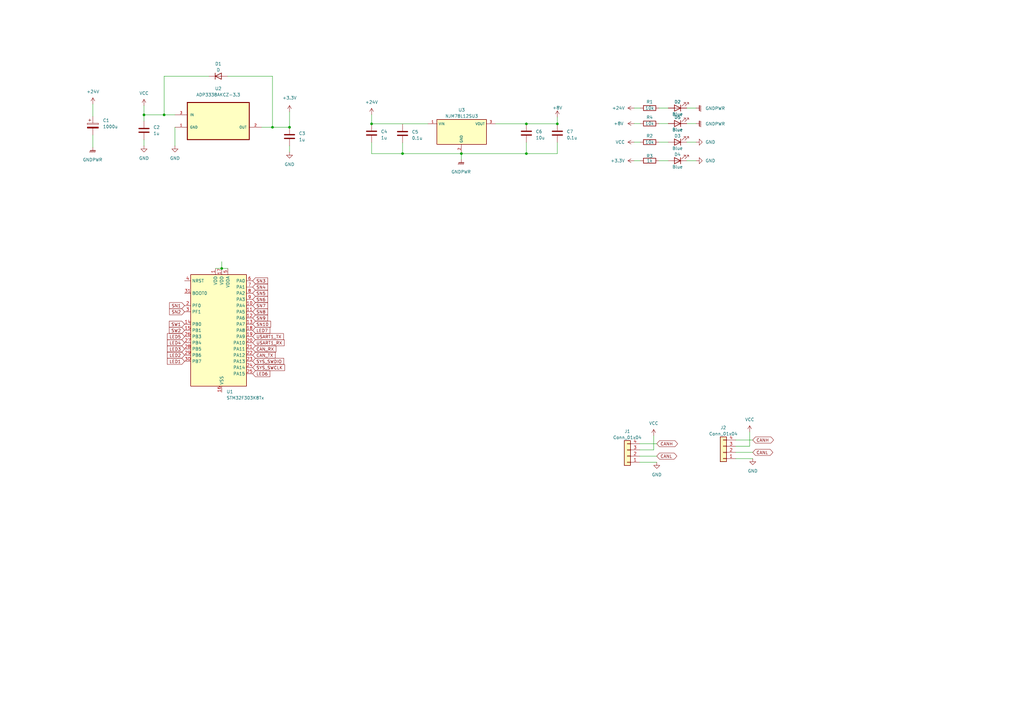
<source format=kicad_sch>
(kicad_sch (version 20230121) (generator eeschema)
  (paper "A3")
  (lib_symbols
    (symbol "0-Myparts:ADP3338AKCZ-3.3" (pin_names (offset 1.016))
      (property "Reference" "U" (at -4.7321 6.7674 0))
      (property "Value" "ADP3338AKCZ-3.3" (at -5.7324 -12.815 0))
      (symbol "ADP3338AKCZ-3.3_0_0"
        (rectangle (start -12.7 -10.16) (end 12.7 5.08) (stroke (width 0.4064)) (fill (type background)))
        (pin passive line (at -17.78 -5.08 0) (length 5.08) (name "GND") (number "1"))
        (pin power_in line (at 17.78 -5.08 180) (length 5.08) (name "OUT") (number "2"))
        (pin input line (at -17.78 0 0) (length 5.08) (name "IN") (number "3"))
      )
    )
    (symbol "0-Myparts:NJM78L12SU3"
      (property "Reference" "U" (at 0 0 0))
      (property "Value" "NJM78L12SU3" (at 0 0 0))
      (symbol "NJM78L12SU3_0_0"
        (rectangle (start -10.033 -11.684) (end 10.287 -1.524) (stroke (width 0.254)) (fill (type background)))
      )
      (symbol "NJM78L12SU3_1_1"
        (pin input line (at -13.716 -3.302 0) (length 3.81) (name "VIN") (number "1"))
        (pin power_in line (at 0 -15.494 90) (length 3.81) (name "GND") (number "2"))
        (pin power_in line (at 13.97 -3.302 180) (length 3.81) (name "VOUT") (number "3"))
      )
    )
    (symbol "Connector_Generic:Conn_01x04" (pin_names (offset 1.016) hide)
      (property "Reference" "J" (at 0 5.08 0))
      (property "Value" "Conn_01x04" (at 0 -7.62 0))
      (symbol "Conn_01x04_1_1"
        (rectangle (start -1.27 -4.953) (end 0 -5.207) (stroke (width 0.1524)))
        (rectangle (start -1.27 -2.413) (end 0 -2.667) (stroke (width 0.1524)))
        (rectangle (start -1.27 0.127) (end 0 -0.127) (stroke (width 0.1524)))
        (rectangle (start -1.27 2.667) (end 0 2.413) (stroke (width 0.1524)))
        (rectangle (start -1.27 3.81) (end 1.27 -6.35) (stroke (width 0.254)) (fill (type background)))
        (pin passive line (at -5.08 2.54 0) (length 3.81) (name "Pin_1") (number "1"))
        (pin passive line (at -5.08 0 0) (length 3.81) (name "Pin_2") (number "2"))
        (pin passive line (at -5.08 -2.54 0) (length 3.81) (name "Pin_3") (number "3"))
        (pin passive line (at -5.08 -5.08 0) (length 3.81) (name "Pin_4") (number "4"))
      )
    )
    (symbol "Device:C" (pin_numbers hide) (pin_names (offset 0.254))
      (property "Reference" "C" (at 0.635 2.54 0))
      (property "Value" "C" (at 0.635 -2.54 0))
      (symbol "C_0_1"
        (polyline (pts (xy -2.032 -0.762) (xy 2.032 -0.762)) (stroke (width 0.508)))
        (polyline (pts (xy -2.032 0.762) (xy 2.032 0.762)) (stroke (width 0.508)))
      )
      (symbol "C_1_1"
        (pin passive line (at 0 3.81 270) (length 2.794) (name "~") (number "1"))
        (pin passive line (at 0 -3.81 90) (length 2.794) (name "~") (number "2"))
      )
    )
    (symbol "Device:C_Polarized" (pin_numbers hide) (pin_names (offset 0.254))
      (property "Reference" "C" (at 0.635 2.54 0))
      (property "Value" "C_Polarized" (at 0.635 -2.54 0))
      (symbol "C_Polarized_0_1"
        (rectangle (start -2.286 0.508) (end 2.286 1.016))
        (polyline (pts (xy -1.778 2.286) (xy -0.762 2.286)))
        (polyline (pts (xy -1.27 2.794) (xy -1.27 1.778)))
        (rectangle (start 2.286 -0.508) (end -2.286 -1.016) (fill (type outline)))
      )
      (symbol "C_Polarized_1_1"
        (pin passive line (at 0 3.81 270) (length 2.794) (name "~") (number "1"))
        (pin passive line (at 0 -3.81 90) (length 2.794) (name "~") (number "2"))
      )
    )
    (symbol "Device:D" (pin_numbers hide) (pin_names (offset 1.016) hide)
      (property "Reference" "D" (at 0 2.54 0))
      (property "Value" "D" (at 0 -2.54 0))
      (symbol "D_0_1"
        (polyline (pts (xy -1.27 1.27) (xy -1.27 -1.27)) (stroke (width 0.254)))
        (polyline (pts (xy 1.27 0) (xy -1.27 0)))
        (polyline (pts (xy 1.27 1.27) (xy 1.27 -1.27) (xy -1.27 0) (xy 1.27 1.27)) (stroke (width 0.254)))
      )
      (symbol "D_1_1"
        (pin passive line (at -3.81 0 0) (length 2.54) (name "K") (number "1"))
        (pin passive line (at 3.81 0 180) (length 2.54) (name "A") (number "2"))
      )
    )
    (symbol "Device:LED" (pin_numbers hide) (pin_names (offset 1.016) hide)
      (property "Reference" "D" (at 0 2.54 0))
      (property "Value" "LED" (at 0 -2.54 0))
      (symbol "LED_0_1"
        (polyline (pts (xy -1.27 -1.27) (xy -1.27 1.27)) (stroke (width 0.254)))
        (polyline (pts (xy -1.27 0) (xy 1.27 0)))
        (polyline (pts (xy 1.27 -1.27) (xy 1.27 1.27) (xy -1.27 0) (xy 1.27 -1.27)) (stroke (width 0.254)))
        (polyline (pts (xy -3.048 -0.762) (xy -4.572 -2.286) (xy -3.81 -2.286) (xy -4.572 -2.286) (xy -4.572 -1.524)))
        (polyline (pts (xy -1.778 -0.762) (xy -3.302 -2.286) (xy -2.54 -2.286) (xy -3.302 -2.286) (xy -3.302 -1.524)))
      )
      (symbol "LED_1_1"
        (pin passive line (at -3.81 0 0) (length 2.54) (name "K") (number "1"))
        (pin passive line (at 3.81 0 180) (length 2.54) (name "A") (number "2"))
      )
    )
    (symbol "Device:R" (pin_numbers hide) (pin_names (offset 0))
      (property "Reference" "R" (at 2.032 0 90))
      (property "Value" "R" (at 0 0 90))
      (symbol "R_0_1"
        (rectangle (start -1.016 -2.54) (end 1.016 2.54) (stroke (width 0.254)))
      )
      (symbol "R_1_1"
        (pin passive line (at 0 3.81 270) (length 1.27) (name "~") (number "1"))
        (pin passive line (at 0 -3.81 90) (length 1.27) (name "~") (number "2"))
      )
    )
    (symbol "MCU_ST_STM32F3:STM32F303K8Tx"
      (property "Reference" "U" (at -10.16 24.13 0))
      (property "Value" "STM32F303K8Tx" (at 7.62 24.13 0))
      (symbol "STM32F303K8Tx_0_1"
        (rectangle (start -10.16 -22.86) (end 12.7 22.86) (stroke (width 0.254)) (fill (type background)))
      )
      (symbol "STM32F303K8Tx_1_1"
        (pin power_in line (at 0 25.4 270) (length 2.54) (name "VDD") (number "1"))
        (pin bidirectional line (at 15.24 10.16 180) (length 2.54) (name "PA4") (number "10"))
        (pin bidirectional line (at 15.24 7.62 180) (length 2.54) (name "PA5") (number "11"))
        (pin bidirectional line (at 15.24 5.08 180) (length 2.54) (name "PA6") (number "12"))
        (pin bidirectional line (at 15.24 2.54 180) (length 2.54) (name "PA7") (number "13"))
        (pin bidirectional line (at -12.7 2.54 0) (length 2.54) (name "PB0") (number "14"))
        (pin bidirectional line (at -12.7 0 0) (length 2.54) (name "PB1") (number "15"))
        (pin power_in line (at 2.54 -25.4 90) (length 2.54) (name "VSS") (number "16"))
        (pin power_in line (at 2.54 25.4 270) (length 2.54) (name "VDD") (number "17"))
        (pin bidirectional line (at 15.24 0 180) (length 2.54) (name "PA8") (number "18"))
        (pin bidirectional line (at 15.24 -2.54 180) (length 2.54) (name "PA9") (number "19"))
        (pin bidirectional line (at -12.7 10.16 0) (length 2.54) (name "PF0") (number "2"))
        (pin bidirectional line (at 15.24 -5.08 180) (length 2.54) (name "PA10") (number "20"))
        (pin bidirectional line (at 15.24 -7.62 180) (length 2.54) (name "PA11") (number "21"))
        (pin bidirectional line (at 15.24 -10.16 180) (length 2.54) (name "PA12") (number "22"))
        (pin bidirectional line (at 15.24 -12.7 180) (length 2.54) (name "PA13") (number "23"))
        (pin bidirectional line (at 15.24 -15.24 180) (length 2.54) (name "PA14") (number "24"))
        (pin bidirectional line (at 15.24 -17.78 180) (length 2.54) (name "PA15") (number "25"))
        (pin bidirectional line (at -12.7 -2.54 0) (length 2.54) (name "PB3") (number "26"))
        (pin bidirectional line (at -12.7 -5.08 0) (length 2.54) (name "PB4") (number "27"))
        (pin bidirectional line (at -12.7 -7.62 0) (length 2.54) (name "PB5") (number "28"))
        (pin bidirectional line (at -12.7 -10.16 0) (length 2.54) (name "PB6") (number "29"))
        (pin bidirectional line (at -12.7 7.62 0) (length 2.54) (name "PF1") (number "3"))
        (pin bidirectional line (at -12.7 -12.7 0) (length 2.54) (name "PB7") (number "30"))
        (pin input line (at -12.7 15.24 0) (length 2.54) (name "BOOT0") (number "31"))
        (pin passive line (at 2.54 -25.4 90) (length 2.54) hide (name "VSS") (number "32"))
        (pin input line (at -12.7 20.32 0) (length 2.54) (name "NRST") (number "4"))
        (pin power_in line (at 5.08 25.4 270) (length 2.54) (name "VDDA") (number "5"))
        (pin bidirectional line (at 15.24 20.32 180) (length 2.54) (name "PA0") (number "6"))
        (pin bidirectional line (at 15.24 17.78 180) (length 2.54) (name "PA1") (number "7"))
        (pin bidirectional line (at 15.24 15.24 180) (length 2.54) (name "PA2") (number "8"))
        (pin bidirectional line (at 15.24 12.7 180) (length 2.54) (name "PA3") (number "9"))
      )
    )
    (symbol "power:+24V" (power) (pin_names (offset 0))
      (property "Value" "+24V" (at 0 3.556 0))
      (symbol "+24V_0_1"
        (polyline (pts (xy -0.762 1.27) (xy 0 2.54)))
        (polyline (pts (xy 0 0) (xy 0 2.54)))
        (polyline (pts (xy 0 2.54) (xy 0.762 1.27)))
      )
      (symbol "+24V_1_1"
        (pin power_in line (at 0 0 90) (length 0) hide (name "+24V") (number "1"))
      )
    )
    (symbol "power:+3.3V" (power) (pin_names (offset 0))
      (property "Value" "+3.3V" (at 0 3.556 0))
      (symbol "+3.3V_0_1"
        (polyline (pts (xy -0.762 1.27) (xy 0 2.54)))
        (polyline (pts (xy 0 0) (xy 0 2.54)))
        (polyline (pts (xy 0 2.54) (xy 0.762 1.27)))
      )
      (symbol "+3.3V_1_1"
        (pin power_in line (at 0 0 90) (length 0) hide (name "+3.3V") (number "1"))
      )
    )
    (symbol "power:+8V" (power) (pin_names (offset 0))
      (property "Value" "+8V" (at 0 3.556 0))
      (symbol "+8V_0_1"
        (polyline (pts (xy -0.762 1.27) (xy 0 2.54)))
        (polyline (pts (xy 0 0) (xy 0 2.54)))
        (polyline (pts (xy 0 2.54) (xy 0.762 1.27)))
      )
      (symbol "+8V_1_1"
        (pin power_in line (at 0 0 90) (length 0) hide (name "+8V") (number "1"))
      )
    )
    (symbol "power:GND" (power) (pin_names (offset 0))
      (property "Value" "GND" (at 0 -3.81 0))
      (symbol "GND_0_1"
        (polyline (pts (xy 0 0) (xy 0 -1.27) (xy 1.27 -1.27) (xy 0 -2.54) (xy -1.27 -1.27) (xy 0 -1.27)))
      )
      (symbol "GND_1_1"
        (pin power_in line (at 0 0 270) (length 0) hide (name "GND") (number "1"))
      )
    )
    (symbol "power:GNDPWR" (power) (pin_names (offset 0))
      (property "Value" "GNDPWR" (at 0 -3.302 0))
      (symbol "GNDPWR_0_1"
        (polyline (pts (xy 0 -1.27) (xy 0 0)))
        (polyline (pts (xy -1.016 -1.27) (xy -1.27 -2.032) (xy -1.27 -2.032)) (stroke (width 0.2032)))
        (polyline (pts (xy -0.508 -1.27) (xy -0.762 -2.032) (xy -0.762 -2.032)) (stroke (width 0.2032)))
        (polyline (pts (xy 0 -1.27) (xy -0.254 -2.032) (xy -0.254 -2.032)) (stroke (width 0.2032)))
        (polyline (pts (xy 0.508 -1.27) (xy 0.254 -2.032) (xy 0.254 -2.032)) (stroke (width 0.2032)))
        (polyline (pts (xy 1.016 -1.27) (xy -1.016 -1.27) (xy -1.016 -1.27)) (stroke (width 0.2032)))
        (polyline (pts (xy 1.016 -1.27) (xy 0.762 -2.032) (xy 0.762 -2.032) (xy 0.762 -2.032)) (stroke (width 0.2032)))
      )
      (symbol "GNDPWR_1_1"
        (pin power_in line (at 0 0 270) (length 0) hide (name "GNDPWR") (number "1"))
      )
    )
    (symbol "power:VCC" (power) (pin_names (offset 0))
      (property "Value" "VCC" (at 0 3.81 0))
      (symbol "VCC_0_1"
        (polyline (pts (xy -0.762 1.27) (xy 0 2.54)))
        (polyline (pts (xy 0 0) (xy 0 2.54)))
        (polyline (pts (xy 0 2.54) (xy 0.762 1.27)))
      )
      (symbol "VCC_1_1"
        (pin power_in line (at 0 0 90) (length 0) hide (name "VCC") (number "1"))
      )
    )
  )
  (junction (at 215.9 50.8))
  (junction (at 111.76 52.197))
  (junction (at 118.745 52.197))
  (junction (at 90.932 110.109))
  (junction (at 165.1 62.992))
  (junction (at 228.6 50.8))
  (junction (at 59.055 47.117))
  (junction (at 152.4 50.8))
  (junction (at 215.9 62.992))
  (junction (at 67.31 47.117))
  (junction (at 189.23 62.992))
  (wire (pts (xy 152.4 46.99) (xy 152.4 50.8)))
  (wire (pts (xy 281.686 58.293) (xy 285.496 58.293)))
  (wire (pts (xy 38.1 55.372) (xy 38.1 60.452)))
  (wire (pts (xy 301.752 180.467) (xy 308.737 180.467)))
  (wire (pts (xy 107.315 52.197) (xy 111.76 52.197)))
  (wire (pts (xy 152.4 50.8) (xy 175.514 50.8)))
  (wire (pts (xy 189.23 65.405) (xy 189.23 62.992)))
  (wire (pts (xy 118.745 45.847) (xy 118.745 52.197)))
  (wire (pts (xy 59.055 47.117) (xy 59.055 49.657)))
  (wire (pts (xy 268.097 184.531) (xy 262.382 184.531)))
  (wire (pts (xy 165.1 62.992) (xy 189.23 62.992)))
  (wire (pts (xy 228.6 48.006) (xy 228.6 50.8)))
  (wire (pts (xy 38.1 42.672) (xy 38.1 47.752)))
  (wire (pts (xy 59.055 43.307) (xy 59.055 47.117)))
  (wire (pts (xy 260.096 44.323) (xy 262.636 44.323)))
  (wire (pts (xy 67.31 31.242) (xy 67.31 47.117)))
  (wire (pts (xy 260.096 50.673) (xy 262.636 50.673)))
  (wire (pts (xy 85.725 31.242) (xy 67.31 31.242)))
  (wire (pts (xy 260.096 65.913) (xy 262.636 65.913)))
  (wire (pts (xy 111.76 52.197) (xy 118.745 52.197)))
  (wire (pts (xy 262.382 189.611) (xy 269.367 189.611)))
  (wire (pts (xy 59.055 59.817) (xy 59.055 57.277)))
  (wire (pts (xy 165.1 58.547) (xy 165.1 62.992)))
  (wire (pts (xy 152.4 58.42) (xy 152.4 62.992)))
  (wire (pts (xy 268.097 178.689) (xy 268.097 184.531)))
  (wire (pts (xy 270.256 65.913) (xy 274.066 65.913)))
  (wire (pts (xy 301.752 185.547) (xy 308.737 185.547)))
  (wire (pts (xy 281.686 65.913) (xy 285.496 65.913)))
  (wire (pts (xy 281.686 50.673) (xy 285.496 50.673)))
  (wire (pts (xy 228.6 58.42) (xy 228.6 62.992)))
  (wire (pts (xy 67.31 47.117) (xy 71.755 47.117)))
  (wire (pts (xy 88.392 110.109) (xy 90.932 110.109)))
  (wire (pts (xy 281.686 44.323) (xy 285.496 44.323)))
  (wire (pts (xy 152.4 62.992) (xy 165.1 62.992)))
  (wire (pts (xy 111.76 31.242) (xy 111.76 52.197)))
  (wire (pts (xy 262.382 187.071) (xy 269.367 187.071)))
  (wire (pts (xy 270.256 50.673) (xy 274.066 50.673)))
  (wire (pts (xy 215.9 62.992) (xy 215.9 58.42)))
  (wire (pts (xy 270.256 58.293) (xy 274.066 58.293)))
  (wire (pts (xy 203.2 50.8) (xy 215.9 50.8)))
  (wire (pts (xy 189.23 62.992) (xy 215.9 62.992)))
  (wire (pts (xy 118.745 59.817) (xy 118.745 62.357)))
  (wire (pts (xy 301.752 188.087) (xy 308.737 188.087)))
  (wire (pts (xy 228.6 62.992) (xy 215.9 62.992)))
  (wire (pts (xy 307.467 177.165) (xy 307.467 183.007)))
  (wire (pts (xy 93.345 31.242) (xy 111.76 31.242)))
  (wire (pts (xy 71.755 52.197) (xy 71.755 59.817)))
  (wire (pts (xy 260.096 58.293) (xy 262.636 58.293)))
  (wire (pts (xy 90.932 110.109) (xy 93.472 110.109)))
  (wire (pts (xy 262.382 181.991) (xy 269.367 181.991)))
  (wire (pts (xy 90.932 107.315) (xy 90.932 110.109)))
  (wire (pts (xy 215.9 50.8) (xy 228.6 50.8)))
  (wire (pts (xy 270.256 44.323) (xy 274.066 44.323)))
  (wire (pts (xy 307.467 183.007) (xy 301.752 183.007)))
  (wire (pts (xy 59.055 47.117) (xy 67.31 47.117)))
  (global_label "LED1" (shape input) (at 75.692 148.209 180) (property "Intersheetrefs" "${INTERSHEET_REFS}" (effects hide)))
  (global_label "CANH" (shape bidirectional) (at 308.737 180.467 0) (property "Intersheetrefs" "${INTERSHEET_REFS}" (effects hide)))
  (global_label "SW2" (shape input) (at 75.692 135.509 180) (property "Intersheetrefs" "${INTERSHEET_REFS}" (effects hide)))
  (global_label "SN8" (shape input) (at 103.632 127.889 0) (property "Intersheetrefs" "${INTERSHEET_REFS}" (effects hide)))
  (global_label "SN2" (shape input) (at 75.692 127.889 180) (property "Intersheetrefs" "${INTERSHEET_REFS}" (effects hide)))
  (global_label "LED4" (shape input) (at 75.692 140.589 180) (property "Intersheetrefs" "${INTERSHEET_REFS}" (effects hide)))
  (global_label "USART1_RX" (shape input) (at 103.632 140.589 0) (property "Intersheetrefs" "${INTERSHEET_REFS}" (effects hide)))
  (global_label "LED7" (shape input) (at 103.632 135.509 0) (property "Intersheetrefs" "${INTERSHEET_REFS}" (effects hide)))
  (global_label "CAN_RX" (shape input) (at 103.632 143.129 0) (property "Intersheetrefs" "${INTERSHEET_REFS}" (effects hide)))
  (global_label "LED3" (shape input) (at 75.692 143.129 180) (property "Intersheetrefs" "${INTERSHEET_REFS}" (effects hide)))
  (global_label "SN6" (shape input) (at 103.632 122.809 0) (property "Intersheetrefs" "${INTERSHEET_REFS}" (effects hide)))
  (global_label "CANL" (shape bidirectional) (at 269.367 187.071 0) (property "Intersheetrefs" "${INTERSHEET_REFS}" (effects hide)))
  (global_label "SN3" (shape input) (at 103.632 115.189 0) (property "Intersheetrefs" "${INTERSHEET_REFS}" (effects hide)))
  (global_label "SN10" (shape input) (at 103.632 132.969 0) (property "Intersheetrefs" "${INTERSHEET_REFS}" (effects hide)))
  (global_label "SN5" (shape input) (at 103.632 120.269 0) (property "Intersheetrefs" "${INTERSHEET_REFS}" (effects hide)))
  (global_label "SYS_SWDIO" (shape input) (at 103.632 148.209 0) (property "Intersheetrefs" "${INTERSHEET_REFS}" (effects hide)))
  (global_label "SN1" (shape input) (at 75.692 125.349 180) (property "Intersheetrefs" "${INTERSHEET_REFS}" (effects hide)))
  (global_label "LED2" (shape input) (at 75.692 145.669 180) (property "Intersheetrefs" "${INTERSHEET_REFS}" (effects hide)))
  (global_label "SN9" (shape input) (at 103.632 130.429 0) (property "Intersheetrefs" "${INTERSHEET_REFS}" (effects hide)))
  (global_label "USART1_TX" (shape input) (at 103.632 138.049 0) (property "Intersheetrefs" "${INTERSHEET_REFS}" (effects hide)))
  (global_label "SW1" (shape input) (at 75.692 132.969 180) (property "Intersheetrefs" "${INTERSHEET_REFS}" (effects hide)))
  (global_label "CANL" (shape bidirectional) (at 308.737 185.547 0) (property "Intersheetrefs" "${INTERSHEET_REFS}" (effects hide)))
  (global_label "SYS_SWCLK" (shape input) (at 103.632 150.749 0) (property "Intersheetrefs" "${INTERSHEET_REFS}" (effects hide)))
  (global_label "CAN_TX" (shape input) (at 103.632 145.669 0) (property "Intersheetrefs" "${INTERSHEET_REFS}" (effects hide)))
  (global_label "CANH" (shape bidirectional) (at 269.367 181.991 0) (property "Intersheetrefs" "${INTERSHEET_REFS}" (effects hide)))
  (global_label "SN4" (shape input) (at 103.632 117.729 0) (property "Intersheetrefs" "${INTERSHEET_REFS}" (effects hide)))
  (global_label "SN7" (shape input) (at 103.632 125.349 0) (property "Intersheetrefs" "${INTERSHEET_REFS}" (effects hide)))
  (global_label "LED6" (shape input) (at 103.632 153.289 0) (property "Intersheetrefs" "${INTERSHEET_REFS}" (effects hide)))
  (global_label "LED5" (shape input) (at 75.692 138.049 180) (property "Intersheetrefs" "${INTERSHEET_REFS}" (effects hide)))
  (symbol (lib_id "power:GNDPWR") (at 189.23 65.405 0) (unit 1)
    (property "Reference" "#PWR019" (effects hide))
    (property "Value" "GNDPWR" (at 189.103 70.485 0))
  )
  (symbol (lib_id "power:+3.3V") (at 118.745 45.847 0) (unit 1)
    (property "Reference" "#PWR06" (effects hide))
    (property "Value" "+3.3V" (at 118.745 40.132 0))
  )
  (symbol (lib_id "power:VCC") (at 59.055 43.307 0) (unit 1)
    (property "Reference" "#PWR03" (effects hide))
    (property "Value" "VCC" (at 59.055 38.227 0))
  )
  (symbol (lib_id "power:GNDPWR") (at 285.496 44.323 90) (unit 1)
    (property "Reference" "#PWR015" (effects hide))
    (property "Value" "GNDPWR" (at 289.306 44.4499 90) (effects (justify right)))
  )
  (symbol (lib_id "0-Myparts:NJM78L12SU3") (at 189.23 47.498 0) (unit 1)
    (property "Reference" "U3" (at 189.357 45.085 0))
    (property "Value" "NJM78L12SU3" (at 189.357 47.625 0))
  )
  (symbol (lib_id "Device:C") (at 228.6 54.61 0) (unit 1)
    (property "Reference" "C7" (at 232.41 53.975 0) (effects (justify left)))
    (property "Value" "0.1u" (at 232.41 56.515 0) (effects (justify left)))
  )
  (symbol (lib_id "Device:C") (at 152.4 54.61 0) (unit 1)
    (property "Reference" "C4" (at 156.21 53.975 0) (effects (justify left)))
    (property "Value" "1u" (at 156.21 56.515 0) (effects (justify left)))
  )
  (symbol (lib_id "Device:R") (at 266.446 44.323 270) (unit 1)
    (property "Reference" "R1" (at 266.446 41.783 90))
    (property "Value" "10k" (at 266.446 44.323 90))
    (property "Footprint" "Resistor_SMD:R_0603_1608Metric" (effects hide))
  )
  (symbol (lib_id "Connector_Generic:Conn_01x04") (at 257.302 187.071 180) (unit 1)
    (property "Reference" "J1" (at 257.302 176.911 0))
    (property "Value" "Conn_01x04" (at 257.302 179.451 0))
    (property "Footprint" "Connector_JST:JST_XH_S4B-XH-A_1x04_P2.50mm_Horizontal" (effects hide))
  )
  (symbol (lib_id "power:VCC") (at 307.467 177.165 0) (unit 1)
    (property "Reference" "#PWR010" (effects hide))
    (property "Value" "VCC" (at 307.467 172.085 0))
  )
  (symbol (lib_id "power:+8V") (at 260.096 50.673 90) (unit 1)
    (property "Reference" "#PWR021" (effects hide))
    (property "Value" "+8V" (at 255.778 50.673 90) (effects (justify left)))
  )
  (symbol (lib_id "power:+24V") (at 152.4 46.99 0) (unit 1)
    (property "Reference" "#PWR018" (effects hide))
    (property "Value" "+24V" (at 152.4 41.91 0))
  )
  (symbol (lib_id "Device:C") (at 59.055 53.467 0) (unit 1)
    (property "Reference" "C2" (at 62.865 52.1969 0) (effects (justify left)))
    (property "Value" "1u" (at 62.865 54.7369 0) (effects (justify left)))
    (property "Footprint" "Capacitor_SMD:C_0603_1608Metric_Pad1.08x0.95mm_HandSolder" (effects hide))
  )
  (symbol (lib_id "power:GND") (at 71.755 59.817 0) (unit 1)
    (property "Reference" "#PWR05" (effects hide))
    (property "Value" "GND" (at 71.755 64.897 0))
  )
  (symbol (lib_id "Device:C") (at 215.9 54.61 0) (unit 1)
    (property "Reference" "C6" (at 219.71 53.975 0) (effects (justify left)))
    (property "Value" "10u" (at 219.71 56.515 0) (effects (justify left)))
  )
  (symbol (lib_id "power:GND") (at 285.496 58.293 90) (unit 1)
    (property "Reference" "#PWR016" (effects hide))
    (property "Value" "GND" (at 289.306 58.2929 90) (effects (justify right)))
  )
  (symbol (lib_id "power:+24V") (at 38.1 42.672 0) (unit 1)
    (property "Reference" "#PWR01" (effects hide))
    (property "Value" "+24V" (at 38.1 37.592 0))
  )
  (symbol (lib_id "power:GND") (at 118.745 62.357 0) (unit 1)
    (property "Reference" "#PWR07" (effects hide))
    (property "Value" "GND" (at 118.745 67.437 0))
  )
  (symbol (lib_id "Device:R") (at 266.446 65.913 90) (unit 1)
    (property "Reference" "R3" (at 266.446 64.008 90))
    (property "Value" "1k" (at 266.446 65.913 90))
    (property "Footprint" "Resistor_SMD:R_0603_1608Metric" (effects hide))
  )
  (symbol (lib_id "power:VCC") (at 268.097 178.689 0) (unit 1)
    (property "Reference" "#PWR08" (effects hide))
    (property "Value" "VCC" (at 268.097 173.609 0))
  )
  (symbol (lib_id "Device:LED") (at 277.876 58.293 180) (unit 1)
    (property "Reference" "D3" (at 277.876 55.753 0))
    (property "Value" "Blue" (at 277.876 60.833 0))
    (property "Footprint" "LED_SMD:LED_0603_1608Metric" (effects hide))
  )
  (symbol (lib_id "power:GND") (at 269.367 189.611 0) (unit 1)
    (property "Reference" "#PWR09" (effects hide))
    (property "Value" "GND" (at 269.367 194.691 0))
  )
  (symbol (lib_id "Device:LED") (at 277.876 50.673 180) (unit 1)
    (property "Reference" "D5" (at 277.876 48.133 0))
    (property "Value" "Blue" (at 277.876 53.213 0))
    (property "Footprint" "LED_SMD:LED_0603_1608Metric" (effects hide))
  )
  (symbol (lib_id "power:GND") (at 59.055 59.817 0) (unit 1)
    (property "Reference" "#PWR04" (effects hide))
    (property "Value" "GND" (at 59.055 64.897 0))
  )
  (symbol (lib_id "Device:R") (at 266.446 58.293 90) (unit 1)
    (property "Reference" "R2" (at 266.446 55.753 90))
    (property "Value" "10k" (at 266.446 58.293 90))
    (property "Footprint" "Resistor_SMD:R_0603_1608Metric" (effects hide))
  )
  (symbol (lib_id "MCU_ST_STM32F3:STM32F303K8Tx") (at 88.392 135.509 0) (unit 1)
    (property "Reference" "U1" (at 92.8879 160.655 0) (effects (justify left)))
    (property "Value" "STM32F303K8Tx" (at 92.8879 163.195 0) (effects (justify left)))
    (property "Footprint" "Package_QFP:LQFP-32_7x7mm_P0.8mm" (effects hide))
    (property "Datasheet" "https://www.st.com/resource/en/datasheet/stm32f303k8.pdf" (effects hide))
  )
  (symbol (lib_id "Device:R") (at 266.446 50.673 270) (unit 1)
    (property "Reference" "R4" (at 266.446 48.133 90))
    (property "Value" "10k" (at 266.446 50.673 90))
    (property "Footprint" "Resistor_SMD:R_0603_1608Metric" (effects hide))
  )
  (symbol (lib_id "power:VCC") (at 260.096 58.293 90) (unit 1)
    (property "Reference" "#PWR013" (effects hide))
    (property "Value" "VCC" (at 256.286 58.2929 90) (effects (justify left)))
  )
  (symbol (lib_id "Device:LED") (at 277.876 44.323 180) (unit 1)
    (property "Reference" "D2" (at 277.876 41.783 0))
    (property "Value" "Blue" (at 277.876 46.863 0))
    (property "Footprint" "LED_SMD:LED_0603_1608Metric" (effects hide))
  )
  (symbol (lib_id "Device:C_Polarized") (at 38.1 51.562 0) (unit 1)
    (property "Reference" "C1" (at 42.164 49.4029 0) (effects (justify left)))
    (property "Value" "1000u" (at 42.164 51.9429 0) (effects (justify left)))
    (property "Footprint" "Capacitor_THT:CP_Radial_D10.0mm_P5.00mm" (effects hide))
  )
  (symbol (lib_id "Connector_Generic:Conn_01x04") (at 296.672 185.547 180) (unit 1)
    (property "Reference" "J2" (at 296.672 175.387 0))
    (property "Value" "Conn_01x04" (at 296.672 177.927 0))
    (property "Footprint" "Connector_JST:JST_XH_S4B-XH-A_1x04_P2.50mm_Horizontal" (effects hide))
  )
  (symbol (lib_id "power:GND") (at 285.496 65.913 90) (unit 1)
    (property "Reference" "#PWR017" (effects hide))
    (property "Value" "GND" (at 289.306 65.9129 90) (effects (justify right)))
  )
  (symbol (lib_id "Device:C") (at 118.745 56.007 0) (unit 1)
    (property "Reference" "C3" (at 122.555 54.7369 0) (effects (justify left)))
    (property "Value" "1u" (at 122.555 57.2769 0) (effects (justify left)))
    (property "Footprint" "Capacitor_SMD:C_0603_1608Metric_Pad1.08x0.95mm_HandSolder" (effects hide))
  )
  (symbol (lib_id "Device:LED") (at 277.876 65.913 180) (unit 1)
    (property "Reference" "D4" (at 277.876 63.373 0))
    (property "Value" "Blue" (at 277.876 68.453 0))
    (property "Footprint" "LED_SMD:LED_0603_1608Metric" (effects hide))
  )
  (symbol (lib_id "power:+8V") (at 228.6 48.006 0) (unit 1)
    (property "Reference" "#PWR020" (effects hide))
    (property "Value" "+8V" (at 228.6 44.196 0))
  )
  (symbol (lib_id "Device:C") (at 165.1 54.737 0) (unit 1)
    (property "Reference" "C5" (at 168.91 54.102 0) (effects (justify left)))
    (property "Value" "0.1u" (at 168.91 56.642 0) (effects (justify left)))
  )
  (symbol (lib_id "power:+24V") (at 260.096 44.323 90) (unit 1)
    (property "Reference" "#PWR012" (effects hide))
    (property "Value" "+24V" (at 256.286 44.3229 90) (effects (justify left)))
  )
  (symbol (lib_id "power:GNDPWR") (at 285.496 50.673 90) (unit 1)
    (property "Reference" "#PWR022" (effects hide))
    (property "Value" "GNDPWR" (at 289.306 50.7999 90) (effects (justify right)))
  )
  (symbol (lib_id "power:GNDPWR") (at 38.1 60.452 0) (unit 1)
    (property "Reference" "#PWR02" (effects hide))
    (property "Value" "GNDPWR" (at 37.973 65.532 0))
  )
  (symbol (lib_id "0-Myparts:ADP3338AKCZ-3.3") (at 89.535 47.117 0) (unit 1)
    (property "Reference" "U2" (at 89.535 36.322 0))
    (property "Value" "ADP3338AKCZ-3.3" (at 89.535 38.862 0))
    (property "Footprint" "0-Myparts:SOT230P700X180-4N" (effects hide))
    (property "SUPPLIER" "Analog Devices" (effects hide))
    (property "MPN" "ADP3338AKCZ-3.3" (effects hide))
    (property "OC_FARNELL" "1319314" (effects hide))
    (property "OC_NEWARK" "19M8721" (effects hide))
    (property "PACKAGE" "SOT-223-3" (effects hide))
  )
  (symbol (lib_id "power:GND") (at 308.737 188.087 0) (unit 1)
    (property "Reference" "#PWR011" (effects hide))
    (property "Value" "GND" (at 308.737 193.167 0))
  )
  (symbol (lib_id "Device:D") (at 89.535 31.242 0) (unit 1)
    (property "Reference" "D1" (at 89.535 26.162 0))
    (property "Value" "D" (at 89.535 28.702 0))
    (property "Footprint" "0-Myparts:SS2040FL" (effects hide))
    (property "Sim.Device" "D" (effects hide))
    (property "Sim.Pins" "1=K 2=A" (effects hide))
  )
  (symbol (lib_id "power:+3.3V") (at 260.096 65.913 90) (unit 1)
    (property "Reference" "#PWR014" (effects hide))
    (property "Value" "+3.3V" (at 256.286 65.9129 90) (effects (justify left)))
  )
)
</source>
